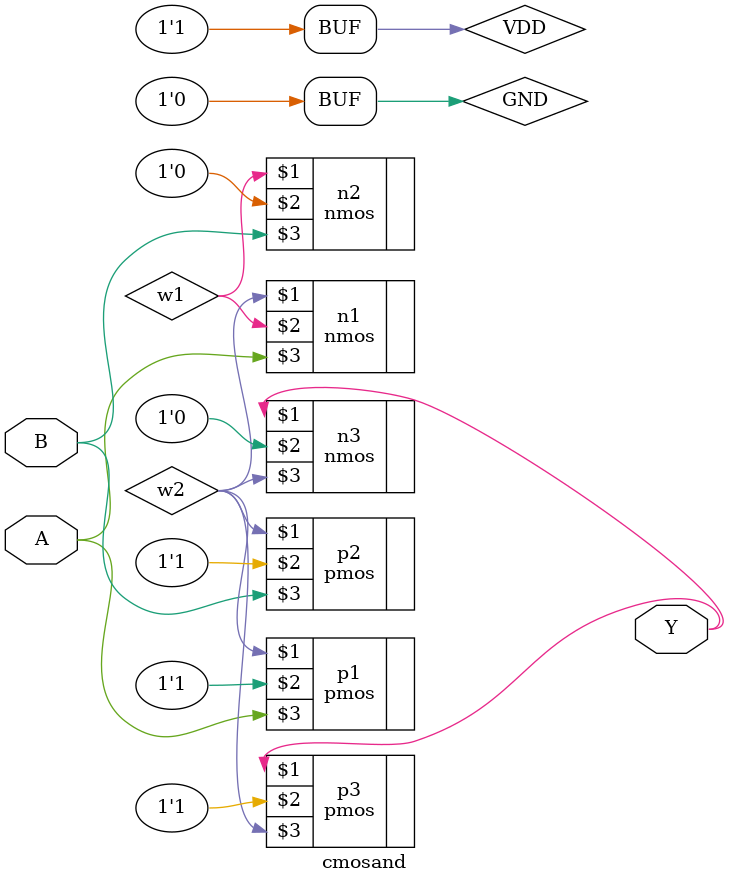
<source format=v>
`timescale 1ns / 1ps
module cmosand (Y, A, B);
input A, B; 
output Y;
wire w1,w2;
supply0 GND;
supply1 VDD;
//nand (Y, A, B);
pmos p1 (w2, VDD, A);
pmos p2 (w2, VDD, B);
nmos n1 (w2, w1,A );
nmos n2 (w1, GND, B);
// and (Y, A, B);
pmos p3 (Y, VDD, w2);
nmos n3 (Y, GND, w2);
endmodule



</source>
